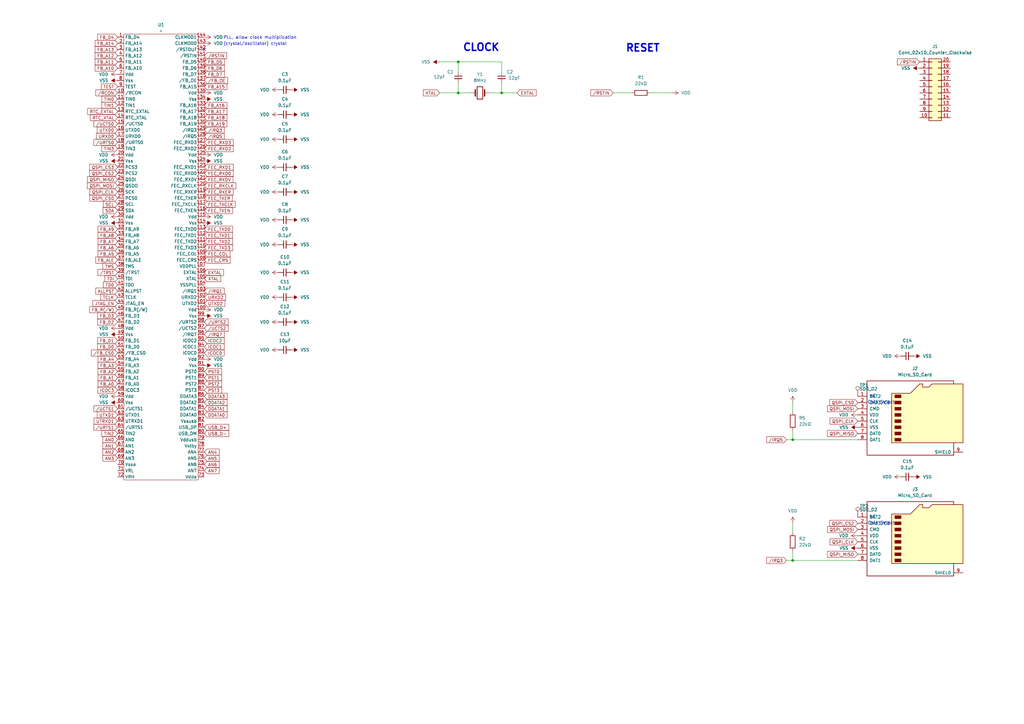
<source format=kicad_sch>
(kicad_sch (version 20250114) (generator "eeschema") (generator_version "9.0")
  (paper "A3")
  (lib_symbols
    (symbol "Connector:Micro_SD_Card" (pin_names (offset 1.016))
      (property "Reference" "J" (at -16.51 15.24 0))
      (property "Value" "Micro_SD_Card" (at 16.51 15.24 0))
      (symbol "Micro_SD_Card_1_1"
        (pin bidirectional line (at -22.86 7.62 0) (length 3.81) (name "DAT2") (number "1"))
        (pin bidirectional line (at -22.86 5.08 0) (length 3.81) (name "DAT3/CD") (number "2"))
        (pin input line (at -22.86 2.54 0) (length 3.81) (name "CMD") (number "3"))
        (pin power_in line (at -22.86 0 0) (length 3.81) (name "VDD") (number "4"))
        (pin input line (at -22.86 -2.54 0) (length 3.81) (name "CLK") (number "5"))
        (pin power_in line (at -22.86 -5.08 0) (length 3.81) (name "VSS") (number "6"))
        (pin bidirectional line (at -22.86 -7.62 0) (length 3.81) (name "DAT0") (number "7"))
        (pin bidirectional line (at -22.86 -10.16 0) (length 3.81) (name "DAT1") (number "8"))
        (pin passive line (at 20.32 -15.24 180) (length 3.81) (name "SHIELD") (number "9"))
      )
    )
    (symbol "Connector:TestPoint" (pin_numbers (hide yes)) (pin_names (offset 0.762) (hide yes))
      (property "Reference" "TP" (at 0 6.858 0))
      (property "Value" "TestPoint" (at 0 5.08 0))
      (symbol "TestPoint_1_1"
        (pin passive line (at 0 0 90) (length 2.54) (name "1") (number "1"))
      )
    )
    (symbol "Connector_Generic:Conn_02x10_Counter_Clockwise" (pin_names (offset 1.016) (hide yes))
      (property "Reference" "J" (at 1.27 12.7 0))
      (property "Value" "Conn_02x10_Counter_Clockwise" (at 1.27 -15.24 0))
      (symbol "Conn_02x10_Counter_Clockwise_1_1"
        (pin passive line (at -5.08 10.16 0) (length 3.81) (name "Pin_1") (number "1"))
        (pin passive line (at -5.08 7.62 0) (length 3.81) (name "Pin_2") (number "2"))
        (pin passive line (at -5.08 5.08 0) (length 3.81) (name "Pin_3") (number "3"))
        (pin passive line (at -5.08 2.54 0) (length 3.81) (name "Pin_4") (number "4"))
        (pin passive line (at -5.08 0 0) (length 3.81) (name "Pin_5") (number "5"))
        (pin passive line (at -5.08 -2.54 0) (length 3.81) (name "Pin_6") (number "6"))
        (pin passive line (at -5.08 -5.08 0) (length 3.81) (name "Pin_7") (number "7"))
        (pin passive line (at -5.08 -7.62 0) (length 3.81) (name "Pin_8") (number "8"))
        (pin passive line (at -5.08 -10.16 0) (length 3.81) (name "Pin_9") (number "9"))
        (pin passive line (at -5.08 -12.7 0) (length 3.81) (name "Pin_10") (number "10"))
        (pin passive line (at 7.62 10.16 180) (length 3.81) (name "Pin_20") (number "20"))
        (pin passive line (at 7.62 7.62 180) (length 3.81) (name "Pin_19") (number "19"))
        (pin passive line (at 7.62 5.08 180) (length 3.81) (name "Pin_18") (number "18"))
        (pin passive line (at 7.62 2.54 180) (length 3.81) (name "Pin_17") (number "17"))
        (pin passive line (at 7.62 0 180) (length 3.81) (name "Pin_16") (number "16"))
        (pin passive line (at 7.62 -2.54 180) (length 3.81) (name "Pin_15") (number "15"))
        (pin passive line (at 7.62 -5.08 180) (length 3.81) (name "Pin_14") (number "14"))
        (pin passive line (at 7.62 -7.62 180) (length 3.81) (name "Pin_13") (number "13"))
        (pin passive line (at 7.62 -10.16 180) (length 3.81) (name "Pin_12") (number "12"))
        (pin passive line (at 7.62 -12.7 180) (length 3.81) (name "Pin_11") (number "11"))
      )
    )
    (symbol "Device:C_Small" (pin_numbers (hide yes)) (pin_names (offset 0.254) (hide yes))
      (property "Reference" "C" (at 0.254 1.778 0))
      (property "Value" "C_Small" (at 0.254 -2.032 0))
      (symbol "C_Small_1_1"
        (pin passive line (at 0 2.54 270) (length 2.032) (name "~") (number "1"))
        (pin passive line (at 0 -2.54 90) (length 2.032) (name "~") (number "2"))
      )
    )
    (symbol "Device:Crystal" (pin_numbers (hide yes)) (pin_names (offset 1.016) (hide yes))
      (property "Reference" "Y" (at 0 3.81 0))
      (property "Value" "Crystal" (at 0 -3.81 0))
      (symbol "Crystal_1_1"
        (pin passive line (at -3.81 0 0) (length 1.27) (name "1") (number "1"))
        (pin passive line (at 3.81 0 180) (length 1.27) (name "2") (number "2"))
      )
    )
    (symbol "Device:R" (pin_numbers (hide yes)) (pin_names (offset 0))
      (property "Reference" "R" (at 2.032 0 90))
      (property "Value" "R" (at 0 0 90))
      (symbol "R_1_1"
        (pin passive line (at 0 3.81 270) (length 1.27) (name "~") (number "1"))
        (pin passive line (at 0 -3.81 90) (length 1.27) (name "~") (number "2"))
      )
    )
    (symbol "Microprocessors:MCF52259"
      (property "Reference" "U" (at 0 -1.27 0))
      (symbol "MCF52259_1_1"
        (pin bidirectional line (at -17.78 90.17 0) (length 2.54) (name "FB_D4") (number "1"))
        (pin output line (at -17.78 87.63 0) (length 2.54) (name "FB_A14") (number "2"))
        (pin output line (at -17.78 85.09 0) (length 2.54) (name "FB_A13") (number "3"))
        (pin output line (at -17.78 82.55 0) (length 2.54) (name "FB_A12") (number "4"))
        (pin output line (at -17.78 80.01 0) (length 2.54) (name "FB_A11") (number "5"))
        (pin output line (at -17.78 77.47 0) (length 2.54) (name "FB_A10") (number "6"))
        (pin power_in line (at -17.78 74.93 0) (length 2.54) (name "Vdd") (number "7"))
        (pin power_in line (at -17.78 72.39 0) (length 2.54) (name "Vss") (number "8"))
        (pin bidirectional line (at -17.78 69.85 0) (length 2.54) (name "TEST") (number "9"))
        (pin input line (at -17.78 67.31 0) (length 2.54) (name "/RCON") (number "10"))
        (pin input line (at -17.78 64.77 0) (length 2.54) (name "TIN0") (number "11"))
        (pin input line (at -17.78 62.23 0) (length 2.54) (name "TIN1") (number "12"))
        (pin input line (at -17.78 59.69 0) (length 2.54) (name "RTC_EXTAL") (number "13"))
        (pin input line (at -17.78 57.15 0) (length 2.54) (name "RTC_XTAL") (number "14"))
        (pin input line (at -17.78 54.61 0) (length 2.54) (name "/UCTS0") (number "15"))
        (pin output line (at -17.78 52.07 0) (length 2.54) (name "UTXD0") (number "16"))
        (pin input line (at -17.78 49.53 0) (length 2.54) (name "URXD0") (number "17"))
        (pin output line (at -17.78 46.99 0) (length 2.54) (name "/URTS0") (number "18"))
        (pin input line (at -17.78 44.45 0) (length 2.54) (name "TIN3") (number "19"))
        (pin power_in line (at -17.78 41.91 0) (length 2.54) (name "Vdd") (number "20"))
        (pin power_in line (at -17.78 39.37 0) (length 2.54) (name "Vss") (number "21"))
        (pin input line (at -17.78 36.83 0) (length 2.54) (name "PCS3") (number "22"))
        (pin input line (at -17.78 34.29 0) (length 2.54) (name "PCS2") (number "23"))
        (pin input line (at -17.78 31.75 0) (length 2.54) (name "QSDI") (number "24"))
        (pin output line (at -17.78 29.21 0) (length 2.54) (name "QSDO") (number "25"))
        (pin bidirectional line (at -17.78 26.67 0) (length 2.54) (name "SCK") (number "26"))
        (pin input line (at -17.78 24.13 0) (length 2.54) (name "PCS0") (number "27"))
        (pin bidirectional line (at -17.78 21.59 0) (length 2.54) (name "SCL") (number "28"))
        (pin bidirectional line (at -17.78 19.05 0) (length 2.54) (name "SDA") (number "29"))
        (pin power_in line (at -17.78 16.51 0) (length 2.54) (name "Vdd") (number "30"))
        (pin power_in line (at -17.78 13.97 0) (length 2.54) (name "Vss") (number "31"))
        (pin output line (at -17.78 11.43 0) (length 2.54) (name "FB_A9") (number "32"))
        (pin output line (at -17.78 8.89 0) (length 2.54) (name "FB_A8") (number "33"))
        (pin output line (at -17.78 6.35 0) (length 2.54) (name "FB_A7") (number "34"))
        (pin output line (at -17.78 3.81 0) (length 2.54) (name "FB_A6") (number "35"))
        (pin output line (at -17.78 1.27 0) (length 2.54) (name "FB_A5") (number "36"))
        (pin output line (at -17.78 -1.27 0) (length 2.54) (name "FB_ALE") (number "37"))
        (pin input line (at -17.78 -3.81 0) (length 2.54) (name "TMS") (number "38"))
        (pin input line (at -17.78 -6.35 0) (length 2.54) (name "/TRST") (number "39"))
        (pin input line (at -17.78 -8.89 0) (length 2.54) (name "TDI") (number "40"))
        (pin output line (at -17.78 -11.43 0) (length 2.54) (name "TDO") (number "41"))
        (pin output line (at -17.78 -13.97 0) (length 2.54) (name "ALLPST") (number "42"))
        (pin input line (at -17.78 -16.51 0) (length 2.54) (name "TCLK") (number "43"))
        (pin input line (at -17.78 -19.05 0) (length 2.54) (name "JTAG_EN") (number "44"))
        (pin output line (at -17.78 -21.59 0) (length 2.54) (name "FB_R(/W)") (number "45"))
        (pin bidirectional line (at -17.78 -24.13 0) (length 2.54) (name "FB_D3") (number "46"))
        (pin bidirectional line (at -17.78 -26.67 0) (length 2.54) (name "FB_D2") (number "47"))
        (pin power_in line (at -17.78 -29.21 0) (length 2.54) (name "Vdd") (number "48"))
        (pin power_in line (at -17.78 -31.75 0) (length 2.54) (name "Vss") (number "49"))
        (pin bidirectional line (at -17.78 -34.29 0) (length 2.54) (name "FB_D1") (number "50"))
        (pin bidirectional line (at -17.78 -36.83 0) (length 2.54) (name "FB_D0") (number "51"))
        (pin output line (at -17.78 -39.37 0) (length 2.54) (name "/FB_CS0") (number "52"))
        (pin output line (at -17.78 -41.91 0) (length 2.54) (name "FB_A4") (number "53"))
        (pin output line (at -17.78 -44.45 0) (length 2.54) (name "FB_A3") (number "54"))
        (pin output line (at -17.78 -46.99 0) (length 2.54) (name "FB_A2") (number "55"))
        (pin output line (at -17.78 -49.53 0) (length 2.54) (name "FB_A1") (number "56"))
        (pin output line (at -17.78 -52.07 0) (length 2.54) (name "FB_A0") (number "57"))
        (pin bidirectional line (at -17.78 -54.61 0) (length 2.54) (name "ICOC3") (number "58"))
        (pin power_in line (at -17.78 -57.15 0) (length 2.54) (name "Vdd") (number "59"))
        (pin power_in line (at -17.78 -59.69 0) (length 2.54) (name "Vss") (number "60"))
        (pin input line (at -17.78 -62.23 0) (length 2.54) (name "/UCTS1") (number "61"))
        (pin output line (at -17.78 -64.77 0) (length 2.54) (name "UTXD1") (number "62"))
        (pin input line (at -17.78 -67.31 0) (length 2.54) (name "UTRXD1") (number "63"))
        (pin output line (at -17.78 -69.85 0) (length 2.54) (name "/URTS1") (number "64"))
        (pin input line (at -17.78 -72.39 0) (length 2.54) (name "TIN2") (number "65"))
        (pin input line (at -17.78 -74.93 0) (length 2.54) (name "AN0") (number "66"))
        (pin input line (at -17.78 -77.47 0) (length 2.54) (name "AN1") (number "67"))
        (pin input line (at -17.78 -80.01 0) (length 2.54) (name "AN2") (number "68"))
        (pin input line (at -17.78 -82.55 0) (length 2.54) (name "AN3") (number "69"))
        (pin power_in line (at -17.78 -85.09 0) (length 2.54) (name "Vssa") (number "70"))
        (pin input line (at -17.78 -87.63 0) (length 2.54) (name "VRL") (number "71"))
        (pin input line (at -17.78 -90.17 0) (length 2.54) (name "VRH") (number "72"))
        (pin input line (at 17.78 90.17 180) (length 2.54) (name "CLKMOD1") (number "144"))
        (pin input line (at 17.78 87.63 180) (length 2.54) (name "CLKMOD0") (number "143"))
        (pin output line (at 17.78 85.09 180) (length 2.54) (name "/RSTOUT") (number "142"))
        (pin input line (at 17.78 82.55 180) (length 2.54) (name "/RSTIN") (number "141"))
        (pin bidirectional line (at 17.78 80.01 180) (length 2.54) (name "FB_D5") (number "140"))
        (pin bidirectional line (at 17.78 77.47 180) (length 2.54) (name "FB_D6") (number "139"))
        (pin bidirectional line (at 17.78 74.93 180) (length 2.54) (name "FB_D7") (number "138"))
        (pin output line (at 17.78 72.39 180) (length 2.54) (name "/FB_OE") (number "137"))
        (pin output line (at 17.78 69.85 180) (length 2.54) (name "FB_A15") (number "136"))
        (pin power_in line (at 17.78 67.31 180) (length 2.54) (name "Vdd") (number "135"))
        (pin power_in line (at 17.78 64.77 180) (length 2.54) (name "Vss") (number "134"))
        (pin output line (at 17.78 62.23 180) (length 2.54) (name "FB_A16") (number "133"))
        (pin output line (at 17.78 59.69 180) (length 2.54) (name "FB_A17") (number "132"))
        (pin output line (at 17.78 57.15 180) (length 2.54) (name "FB_A18") (number "131"))
        (pin output line (at 17.78 54.61 180) (length 2.54) (name "FB_A19") (number "130"))
        (pin input line (at 17.78 52.07 180) (length 2.54) (name "/IRQ3") (number "129"))
        (pin input line (at 17.78 49.53 180) (length 2.54) (name "/IRQ5") (number "128"))
        (pin input line (at 17.78 46.99 180) (length 2.54) (name "FEC_RXD3") (number "127"))
        (pin input line (at 17.78 44.45 180) (length 2.54) (name "FEC_RXD2") (number "126"))
        (pin power_in line (at 17.78 41.91 180) (length 2.54) (name "Vdd") (number "125"))
        (pin power_in line (at 17.78 39.37 180) (length 2.54) (name "Vss") (number "124"))
        (pin input line (at 17.78 36.83 180) (length 2.54) (name "FEC_RXD1") (number "123"))
        (pin input line (at 17.78 34.29 180) (length 2.54) (name "FEC_RXD0") (number "122"))
        (pin input line (at 17.78 31.75 180) (length 2.54) (name "FEC_RXDV") (number "121"))
        (pin input line (at 17.78 29.21 180) (length 2.54) (name "FEC_RXCLK") (number "120"))
        (pin input line (at 17.78 26.67 180) (length 2.54) (name "FEC_RXER") (number "119"))
        (pin output line (at 17.78 24.13 180) (length 2.54) (name "FEC_TXER") (number "118"))
        (pin output line (at 17.78 21.59 180) (length 2.54) (name "FEC_TXCLK") (number "117"))
        (pin output line (at 17.78 19.05 180) (length 2.54) (name "FEC_TXEN") (number "116"))
        (pin power_out line (at 17.78 16.51 180) (length 2.54) (name "Vdd") (number "115"))
        (pin power_in line (at 17.78 13.97 180) (length 2.54) (name "Vss") (number "114"))
        (pin output line (at 17.78 11.43 180) (length 2.54) (name "FEC_TXD0") (number "113"))
        (pin output line (at 17.78 8.89 180) (length 2.54) (name "FEC_TXD1") (number "112"))
        (pin output line (at 17.78 6.35 180) (length 2.54) (name "FEC_TXD2") (number "111"))
        (pin output line (at 17.78 3.81 180) (length 2.54) (name "FEC_TXD3") (number "110"))
        (pin input line (at 17.78 1.27 180) (length 2.54) (name "FEC_COL") (number "109"))
        (pin input line (at 17.78 -1.27 180) (length 2.54) (name "FEC_CRS") (number "108"))
        (pin power_in line (at 17.78 -3.81 180) (length 2.54) (name "VDDPLL") (number "107"))
        (pin input line (at 17.78 -6.35 180) (length 2.54) (name "EXTAL") (number "106"))
        (pin output line (at 17.78 -8.89 180) (length 2.54) (name "XTAL") (number "105"))
        (pin power_in line (at 17.78 -11.43 180) (length 2.54) (name "VSSPLL") (number "104"))
        (pin input line (at 17.78 -13.97 180) (length 2.54) (name "/IRQ1") (number "103"))
        (pin input line (at 17.78 -16.51 180) (length 2.54) (name "URXD2") (number "102"))
        (pin output line (at 17.78 -19.05 180) (length 2.54) (name "UTXD2") (number "101"))
        (pin power_in line (at 17.78 -21.59 180) (length 2.54) (name "Vdd") (number "100"))
        (pin power_in line (at 17.78 -24.13 180) (length 2.54) (name "Vss") (number "99"))
        (pin output line (at 17.78 -26.67 180) (length 2.54) (name "/URTS2") (number "98"))
        (pin input line (at 17.78 -29.21 180) (length 2.54) (name "/UCTS2") (number "97"))
        (pin input line (at 17.78 -31.75 180) (length 2.54) (name "/IRQ7") (number "96"))
        (pin bidirectional line (at 17.78 -34.29 180) (length 2.54) (name "ICOC2") (number "95"))
        (pin bidirectional line (at 17.78 -36.83 180) (length 2.54) (name "ICOC1") (number "94"))
        (pin bidirectional line (at 17.78 -39.37 180) (length 2.54) (name "ICOC0") (number "93"))
        (pin power_in line (at 17.78 -41.91 180) (length 2.54) (name "Vdd") (number "92"))
        (pin power_in line (at 17.78 -44.45 180) (length 2.54) (name "Vss") (number "91"))
        (pin output line (at 17.78 -46.99 180) (length 2.54) (name "PST0") (number "90"))
        (pin output line (at 17.78 -49.53 180) (length 2.54) (name "PST1") (number "89"))
        (pin output line (at 17.78 -52.07 180) (length 2.54) (name "PST2") (number "88"))
        (pin output line (at 17.78 -54.61 180) (length 2.54) (name "PST3") (number "87"))
        (pin output line (at 17.78 -57.15 180) (length 2.54) (name "DDATA3") (number "86"))
        (pin output line (at 17.78 -59.69 180) (length 2.54) (name "DDATA2") (number "85"))
        (pin output line (at 17.78 -62.23 180) (length 2.54) (name "DDATA1") (number "84"))
        (pin output line (at 17.78 -64.77 180) (length 2.54) (name "DDATA0") (number "83"))
        (pin power_in line (at 17.78 -67.31 180) (length 2.54) (name "Vssusb") (number "82"))
        (pin bidirectional line (at 17.78 -69.85 180) (length 2.54) (name "USB_DP") (number "81"))
        (pin bidirectional line (at 17.78 -72.39 180) (length 2.54) (name "USB_DM") (number "80"))
        (pin power_in line (at 17.78 -74.93 180) (length 2.54) (name "Vddusb") (number "79"))
        (pin power_in line (at 17.78 -77.47 180) (length 2.54) (name "Vstby") (number "78"))
        (pin input line (at 17.78 -80.01 180) (length 2.54) (name "AN4") (number "77"))
        (pin input line (at 17.78 -82.55 180) (length 2.54) (name "AN5") (number "76"))
        (pin input line (at 17.78 -85.09 180) (length 2.54) (name "AN6") (number "75"))
        (pin input line (at 17.78 -87.63 180) (length 2.54) (name "AN7") (number "74"))
        (pin power_in line (at 17.78 -90.17 180) (length 2.54) (name "Vdda") (number "73"))
      )
    )
    (symbol "power:VDD" (power) (pin_numbers (hide yes)) (pin_names (offset 0) (hide yes))
      (property "Value" "VDD" (at 0 3.556 0))
      (symbol "VDD_1_1"
        (pin power_in line (at 0 0 90) (length 0) (name "~") (number "1"))
      )
    )
    (symbol "power:VSS" (power) (pin_numbers (hide yes)) (pin_names (offset 0) (hide yes))
      (property "Value" "VSS" (at 0 3.556 0))
      (symbol "VSS_1_1"
        (pin power_in line (at 0 0 90) (length 0) (name "~") (number "1"))
      )
    )
  )
  (text "CLOCK" (at 197.358 19.558 0) (effects (font (size 3 3) (thickness 0.6) (bold yes))))
  (text "Chip Select" (at 361.442 214.63 0) (effects (font (size 1.27 1.27))))
  (text "NC" (at 357.886 212.09 0) (effects (font (size 1.27 1.27))))
  (text "(crystal/oscillator) crystal" (at 104.648 18.034 0) (effects (font (size 1.27 1.27))))
  (text "PLL, allow clock multiplication" (at 106.68 15.494 0) (effects (font (size 1.27 1.27))))
  (text "NC" (at 357.886 162.56 0) (effects (font (size 1.27 1.27))))
  (text "Chip Select" (at 361.442 165.1 0) (effects (font (size 1.27 1.27))))
  (text "RESET" (at 263.652 19.812 0) (effects (font (size 3 3) (thickness 0.6) (bold yes))))
  (junction (at 187.96 25.4))
  (junction (at 325.12 229.87))
  (junction (at 187.96 38.1))
  (junction (at 205.74 38.1))
  (junction (at 325.12 180.34))
  (no_connect (at 83.82 20.32))
  (wire (pts (xy 205.74 38.1) (xy 212.09 38.1)))
  (wire (pts (xy 205.74 25.4) (xy 205.74 29.21)))
  (wire (pts (xy 205.74 34.29) (xy 205.74 38.1)))
  (wire (pts (xy 187.96 34.29) (xy 187.96 38.1)))
  (wire (pts (xy 325.12 176.53) (xy 325.12 180.34)))
  (wire (pts (xy 200.66 38.1) (xy 205.74 38.1)))
  (wire (pts (xy 325.12 168.91) (xy 325.12 165.1)))
  (wire (pts (xy 322.58 229.87) (xy 325.12 229.87)))
  (wire (pts (xy 187.96 25.4) (xy 205.74 25.4)))
  (wire (pts (xy 180.34 38.1) (xy 187.96 38.1)))
  (wire (pts (xy 180.34 25.4) (xy 187.96 25.4)))
  (wire (pts (xy 325.12 218.44) (xy 325.12 214.63)))
  (wire (pts (xy 325.12 229.87) (xy 351.79 229.87)))
  (wire (pts (xy 325.12 180.34) (xy 351.79 180.34)))
  (wire (pts (xy 187.96 25.4) (xy 187.96 29.21)))
  (wire (pts (xy 325.12 226.06) (xy 325.12 229.87)))
  (wire (pts (xy 251.46 38.1) (xy 259.08 38.1)))
  (wire (pts (xy 266.7 38.1) (xy 275.59 38.1)))
  (wire (pts (xy 187.96 38.1) (xy 193.04 38.1)))
  (wire (pts (xy 322.58 180.34) (xy 325.12 180.34)))
  (global_label "QSPI_CS2" (shape input) (at 351.79 214.63 180) (property "Intersheetrefs" "${INTERSHEET_REFS}" (effects (hide yes))))
  (global_label "AN7" (shape input) (at 83.82 193.04 0) (property "Intersheetrefs" "${INTERSHEET_REFS}" (effects (hide yes))))
  (global_label "FB_A1" (shape input) (at 48.26 154.94 180) (property "Intersheetrefs" "${INTERSHEET_REFS}" (effects (hide yes))))
  (global_label "FB_A8" (shape input) (at 48.26 96.52 180) (property "Intersheetrefs" "${INTERSHEET_REFS}" (effects (hide yes))))
  (global_label "FEC_TXEN" (shape input) (at 83.82 86.36 0) (property "Intersheetrefs" "${INTERSHEET_REFS}" (effects (hide yes))))
  (global_label "QSPI_MOSI" (shape input) (at 351.79 217.17 180) (property "Intersheetrefs" "${INTERSHEET_REFS}" (effects (hide yes))))
  (global_label "FB_A13" (shape input) (at 48.26 20.32 180) (property "Intersheetrefs" "${INTERSHEET_REFS}" (effects (hide yes))))
  (global_label "FB_A18" (shape input) (at 83.82 48.26 0) (property "Intersheetrefs" "${INTERSHEET_REFS}" (effects (hide yes))))
  (global_label "TIN1" (shape input) (at 48.26 43.18 180) (property "Intersheetrefs" "${INTERSHEET_REFS}" (effects (hide yes))))
  (global_label "FB_A0" (shape input) (at 48.26 157.48 180) (property "Intersheetrefs" "${INTERSHEET_REFS}" (effects (hide yes))))
  (global_label "FEC_RXER" (shape input) (at 83.82 78.74 0) (property "Intersheetrefs" "${INTERSHEET_REFS}" (effects (hide yes))))
  (global_label "TIN0" (shape input) (at 48.26 40.64 180) (property "Intersheetrefs" "${INTERSHEET_REFS}" (effects (hide yes))))
  (global_label "TMS" (shape input) (at 48.26 109.22 180) (property "Intersheetrefs" "${INTERSHEET_REFS}" (effects (hide yes))))
  (global_label "EXTAL" (shape input) (at 83.82 111.76 0) (property "Intersheetrefs" "${INTERSHEET_REFS}" (effects (hide yes))))
  (global_label "FB_D4" (shape input) (at 48.26 15.24 180) (property "Intersheetrefs" "${INTERSHEET_REFS}" (effects (hide yes))))
  (global_label "{slash}RSTIN" (shape input) (at 83.82 22.86 0) (property "Intersheetrefs" "${INTERSHEET_REFS}" (effects (hide yes))))
  (global_label "FB_D1" (shape input) (at 48.26 139.7 180) (property "Intersheetrefs" "${INTERSHEET_REFS}" (effects (hide yes))))
  (global_label "DDATA2" (shape input) (at 83.82 165.1 0) (property "Intersheetrefs" "${INTERSHEET_REFS}" (effects (hide yes))))
  (global_label "FB_D7" (shape input) (at 83.82 30.48 0) (property "Intersheetrefs" "${INTERSHEET_REFS}" (effects (hide yes))))
  (global_label "RTC_EXTAL" (shape input) (at 48.26 45.72 180) (property "Intersheetrefs" "${INTERSHEET_REFS}" (effects (hide yes))))
  (global_label "FB_A19" (shape input) (at 83.82 50.8 0) (property "Intersheetrefs" "${INTERSHEET_REFS}" (effects (hide yes))))
  (global_label "AN3" (shape input) (at 48.26 187.96 180) (property "Intersheetrefs" "${INTERSHEET_REFS}" (effects (hide yes))))
  (global_label "AN1" (shape input) (at 48.26 182.88 180) (property "Intersheetrefs" "${INTERSHEET_REFS}" (effects (hide yes))))
  (global_label "ICOC3" (shape input) (at 48.26 160.02 180) (property "Intersheetrefs" "${INTERSHEET_REFS}" (effects (hide yes))))
  (global_label "RTC_XTAL" (shape input) (at 48.26 48.26 180) (property "Intersheetrefs" "${INTERSHEET_REFS}" (effects (hide yes))))
  (global_label "AN2" (shape input) (at 48.26 185.42 180) (property "Intersheetrefs" "${INTERSHEET_REFS}" (effects (hide yes))))
  (global_label "PST0" (shape input) (at 83.82 152.4 0) (property "Intersheetrefs" "${INTERSHEET_REFS}" (effects (hide yes))))
  (global_label "{slash}UCTS1" (shape input) (at 48.26 167.64 180) (property "Intersheetrefs" "${INTERSHEET_REFS}" (effects (hide yes))))
  (global_label "URXD2" (shape input) (at 83.82 121.92 0) (property "Intersheetrefs" "${INTERSHEET_REFS}" (effects (hide yes))))
  (global_label "FB_D5" (shape input) (at 83.82 25.4 0) (property "Intersheetrefs" "${INTERSHEET_REFS}" (effects (hide yes))))
  (global_label "SCL" (shape input) (at 48.26 83.82 180) (property "Intersheetrefs" "${INTERSHEET_REFS}" (effects (hide yes))))
  (global_label "AN4" (shape input) (at 83.82 185.42 0) (property "Intersheetrefs" "${INTERSHEET_REFS}" (effects (hide yes))))
  (global_label "FB_D2" (shape input) (at 48.26 132.08 180) (property "Intersheetrefs" "${INTERSHEET_REFS}" (effects (hide yes))))
  (global_label "FEC_TXD1" (shape input) (at 83.82 96.52 0) (property "Intersheetrefs" "${INTERSHEET_REFS}" (effects (hide yes))))
  (global_label "FB_A2" (shape input) (at 48.26 152.4 180) (property "Intersheetrefs" "${INTERSHEET_REFS}" (effects (hide yes))))
  (global_label "QSPI_CS0" (shape input) (at 351.79 165.1 180) (property "Intersheetrefs" "${INTERSHEET_REFS}" (effects (hide yes))))
  (global_label "FEC_RXD3" (shape input) (at 83.82 58.42 0) (property "Intersheetrefs" "${INTERSHEET_REFS}" (effects (hide yes))))
  (global_label "TIN2" (shape input) (at 48.26 177.8 180) (property "Intersheetrefs" "${INTERSHEET_REFS}" (effects (hide yes))))
  (global_label "FB_A15" (shape input) (at 83.82 35.56 0) (property "Intersheetrefs" "${INTERSHEET_REFS}" (effects (hide yes))))
  (global_label "QSPI_MISO" (shape input) (at 351.79 177.8 180) (property "Intersheetrefs" "${INTERSHEET_REFS}" (effects (hide yes))))
  (global_label "USB_D-" (shape input) (at 83.82 177.8 0) (property "Intersheetrefs" "${INTERSHEET_REFS}" (effects (hide yes))))
  (global_label "AN6" (shape input) (at 83.82 190.5 0) (property "Intersheetrefs" "${INTERSHEET_REFS}" (effects (hide yes))))
  (global_label "{slash}IRQ7" (shape input) (at 83.82 137.16 0) (property "Intersheetrefs" "${INTERSHEET_REFS}" (effects (hide yes))))
  (global_label "QSPI_CLK" (shape input) (at 351.79 172.72 180) (property "Intersheetrefs" "${INTERSHEET_REFS}" (effects (hide yes))))
  (global_label "{slash}UCTS2" (shape input) (at 83.82 134.62 0) (property "Intersheetrefs" "${INTERSHEET_REFS}" (effects (hide yes))))
  (global_label "{slash}URTS0" (shape input) (at 48.26 58.42 180) (property "Intersheetrefs" "${INTERSHEET_REFS}" (effects (hide yes))))
  (global_label "{slash}RSTIN" (shape input) (at 377.19 25.4 180) (property "Intersheetrefs" "${INTERSHEET_REFS}" (effects (hide yes))))
  (global_label "XTAL" (shape input) (at 83.82 114.3 0) (property "Intersheetrefs" "${INTERSHEET_REFS}" (effects (hide yes))))
  (global_label "DDATA0" (shape input) (at 83.82 170.18 0) (property "Intersheetrefs" "${INTERSHEET_REFS}" (effects (hide yes))))
  (global_label "{slash}FB_CS0" (shape input) (at 48.26 144.78 180) (property "Intersheetrefs" "${INTERSHEET_REFS}" (effects (hide yes))))
  (global_label "FB_D3" (shape input) (at 48.26 129.54 180) (property "Intersheetrefs" "${INTERSHEET_REFS}" (effects (hide yes))))
  (global_label "TEST" (shape input) (at 48.26 35.56 180) (property "Intersheetrefs" "${INTERSHEET_REFS}" (effects (hide yes))))
  (global_label "FEC_RXD2" (shape input) (at 83.82 60.96 0) (property "Intersheetrefs" "${INTERSHEET_REFS}" (effects (hide yes))))
  (global_label "FB_A4" (shape input) (at 48.26 147.32 180) (property "Intersheetrefs" "${INTERSHEET_REFS}" (effects (hide yes))))
  (global_label "DDATA1" (shape input) (at 83.82 167.64 0) (property "Intersheetrefs" "${INTERSHEET_REFS}" (effects (hide yes))))
  (global_label "TD0" (shape input) (at 48.26 116.84 180) (property "Intersheetrefs" "${INTERSHEET_REFS}" (effects (hide yes))))
  (global_label "QSPI_CS0" (shape input) (at 48.26 81.28 180) (property "Intersheetrefs" "${INTERSHEET_REFS}" (effects (hide yes))))
  (global_label "QSPI_MISO" (shape input) (at 351.79 227.33 180) (property "Intersheetrefs" "${INTERSHEET_REFS}" (effects (hide yes))))
  (global_label "FEC_TXD2" (shape input) (at 83.82 99.06 0) (property "Intersheetrefs" "${INTERSHEET_REFS}" (effects (hide yes))))
  (global_label "SDA" (shape input) (at 48.26 86.36 180) (property "Intersheetrefs" "${INTERSHEET_REFS}" (effects (hide yes))))
  (global_label "TDI" (shape input) (at 48.26 114.3 180) (property "Intersheetrefs" "${INTERSHEET_REFS}" (effects (hide yes))))
  (global_label "TCLK" (shape input) (at 48.26 121.92 180) (property "Intersheetrefs" "${INTERSHEET_REFS}" (effects (hide yes))))
  (global_label "{slash}UCTS0" (shape input) (at 48.26 50.8 180) (property "Intersheetrefs" "${INTERSHEET_REFS}" (effects (hide yes))))
  (global_label "{slash}URTS1" (shape input) (at 48.26 175.26 180) (property "Intersheetrefs" "${INTERSHEET_REFS}" (effects (hide yes))))
  (global_label "ALLPST" (shape input) (at 48.26 119.38 180) (property "Intersheetrefs" "${INTERSHEET_REFS}" (effects (hide yes))))
  (global_label "QSPI_MISO" (shape input) (at 48.26 73.66 180) (property "Intersheetrefs" "${INTERSHEET_REFS}" (effects (hide yes))))
  (global_label "ICOC2" (shape input) (at 83.82 139.7 0) (property "Intersheetrefs" "${INTERSHEET_REFS}" (effects (hide yes))))
  (global_label "UTXD2" (shape input) (at 83.82 124.46 0) (property "Intersheetrefs" "${INTERSHEET_REFS}" (effects (hide yes))))
  (global_label "UTXD1" (shape input) (at 48.26 170.18 180) (property "Intersheetrefs" "${INTERSHEET_REFS}" (effects (hide yes))))
  (global_label "FB_A6" (shape input) (at 48.26 101.6 180) (property "Intersheetrefs" "${INTERSHEET_REFS}" (effects (hide yes))))
  (global_label "QSPI_CS3" (shape input) (at 48.26 68.58 180) (property "Intersheetrefs" "${INTERSHEET_REFS}" (effects (hide yes))))
  (global_label "XTAL" (shape input) (at 180.34 38.1 180) (property "Intersheetrefs" "${INTERSHEET_REFS}" (effects (hide yes))))
  (global_label "FB_A14" (shape input) (at 48.26 17.78 180) (property "Intersheetrefs" "${INTERSHEET_REFS}" (effects (hide yes))))
  (global_label "FB_A5" (shape input) (at 48.26 104.14 180) (property "Intersheetrefs" "${INTERSHEET_REFS}" (effects (hide yes))))
  (global_label "FB_A12" (shape input) (at 48.26 22.86 180) (property "Intersheetrefs" "${INTERSHEET_REFS}" (effects (hide yes))))
  (global_label "FEC_CRS" (shape input) (at 83.82 106.68 0) (property "Intersheetrefs" "${INTERSHEET_REFS}" (effects (hide yes))))
  (global_label "FB_A17" (shape input) (at 83.82 45.72 0) (property "Intersheetrefs" "${INTERSHEET_REFS}" (effects (hide yes))))
  (global_label "PST3" (shape input) (at 83.82 160.02 0) (property "Intersheetrefs" "${INTERSHEET_REFS}" (effects (hide yes))))
  (global_label "FB_A9" (shape input) (at 48.26 93.98 180) (property "Intersheetrefs" "${INTERSHEET_REFS}" (effects (hide yes))))
  (global_label "QSPI_MOSI" (shape input) (at 48.26 76.2 180) (property "Intersheetrefs" "${INTERSHEET_REFS}" (effects (hide yes))))
  (global_label "FB_D6" (shape input) (at 83.82 27.94 0) (property "Intersheetrefs" "${INTERSHEET_REFS}" (effects (hide yes))))
  (global_label "{slash}FB_OE" (shape input) (at 83.82 33.02 0) (property "Intersheetrefs" "${INTERSHEET_REFS}" (effects (hide yes))))
  (global_label "{slash}IRQ5" (shape input) (at 83.82 55.88 0) (property "Intersheetrefs" "${INTERSHEET_REFS}" (effects (hide yes))))
  (global_label "FEC_TXD3" (shape input) (at 83.82 101.6 0) (property "Intersheetrefs" "${INTERSHEET_REFS}" (effects (hide yes))))
  (global_label "UTXD0" (shape input) (at 48.26 53.34 180) (property "Intersheetrefs" "${INTERSHEET_REFS}" (effects (hide yes))))
  (global_label "PST2" (shape input) (at 83.82 157.48 0) (property "Intersheetrefs" "${INTERSHEET_REFS}" (effects (hide yes))))
  (global_label "EXTAL" (shape input) (at 212.09 38.1 0) (property "Intersheetrefs" "${INTERSHEET_REFS}" (effects (hide yes))))
  (global_label "FB_ALE" (shape input) (at 48.26 106.68 180) (property "Intersheetrefs" "${INTERSHEET_REFS}" (effects (hide yes))))
  (global_label "PST1" (shape input) (at 83.82 154.94 0) (property "Intersheetrefs" "${INTERSHEET_REFS}" (effects (hide yes))))
  (global_label "FB_A3" (shape input) (at 48.26 149.86 180) (property "Intersheetrefs" "${INTERSHEET_REFS}" (effects (hide yes))))
  (global_label "FEC_RXD0" (shape input) (at 83.82 71.12 0) (property "Intersheetrefs" "${INTERSHEET_REFS}" (effects (hide yes))))
  (global_label "FEC_TXER" (shape input) (at 83.82 81.28 0) (property "Intersheetrefs" "${INTERSHEET_REFS}" (effects (hide yes))))
  (global_label "FEC_COL" (shape input) (at 83.82 104.14 0) (property "Intersheetrefs" "${INTERSHEET_REFS}" (effects (hide yes))))
  (global_label "FB_A16" (shape input) (at 83.82 43.18 0) (property "Intersheetrefs" "${INTERSHEET_REFS}" (effects (hide yes))))
  (global_label "{slash}RCON" (shape input) (at 48.26 38.1 180) (property "Intersheetrefs" "${INTERSHEET_REFS}" (effects (hide yes))))
  (global_label "QSPI_MOSI" (shape input) (at 351.79 167.64 180) (property "Intersheetrefs" "${INTERSHEET_REFS}" (effects (hide yes))))
  (global_label "ICOC1" (shape input) (at 83.82 142.24 0) (property "Intersheetrefs" "${INTERSHEET_REFS}" (effects (hide yes))))
  (global_label "{slash}RSTIN" (shape input) (at 251.46 38.1 180) (property "Intersheetrefs" "${INTERSHEET_REFS}" (effects (hide yes))))
  (global_label "FB_A10" (shape input) (at 48.26 27.94 180) (property "Intersheetrefs" "${INTERSHEET_REFS}" (effects (hide yes))))
  (global_label "FEC_TXCLK" (shape input) (at 83.82 83.82 0) (property "Intersheetrefs" "${INTERSHEET_REFS}" (effects (hide yes))))
  (global_label "USB_D+" (shape input) (at 83.82 175.26 0) (property "Intersheetrefs" "${INTERSHEET_REFS}" (effects (hide yes))))
  (global_label "AN5" (shape input) (at 83.82 187.96 0) (property "Intersheetrefs" "${INTERSHEET_REFS}" (effects (hide yes))))
  (global_label "{slash}IRQ5" (shape input) (at 322.58 180.34 180) (property "Intersheetrefs" "${INTERSHEET_REFS}" (effects (hide yes))))
  (global_label "FB_A7" (shape input) (at 48.26 99.06 180) (property "Intersheetrefs" "${INTERSHEET_REFS}" (effects (hide yes))))
  (global_label "ICOC0" (shape input) (at 83.82 144.78 0) (property "Intersheetrefs" "${INTERSHEET_REFS}" (effects (hide yes))))
  (global_label "QSPI_CLK" (shape input) (at 351.79 222.25 180) (property "Intersheetrefs" "${INTERSHEET_REFS}" (effects (hide yes))))
  (global_label "FEC_TXD0" (shape input) (at 83.82 93.98 0) (property "Intersheetrefs" "${INTERSHEET_REFS}" (effects (hide yes))))
  (global_label "{slash}IRQ3" (shape input) (at 322.58 229.87 180) (property "Intersheetrefs" "${INTERSHEET_REFS}" (effects (hide yes))))
  (global_label "UTRXD1" (shape input) (at 48.26 172.72 180) (property "Intersheetrefs" "${INTERSHEET_REFS}" (effects (hide yes))))
  (global_label "{slash}IRQ3" (shape input) (at 83.82 53.34 0) (property "Intersheetrefs" "${INTERSHEET_REFS}" (effects (hide yes))))
  (global_label "TIN3" (shape input) (at 48.26 60.96 180) (property "Intersheetrefs" "${INTERSHEET_REFS}" (effects (hide yes))))
  (global_label "QSPI_CLK" (shape input) (at 48.26 78.74 180) (property "Intersheetrefs" "${INTERSHEET_REFS}" (effects (hide yes))))
  (global_label "JTAG_EN" (shape input) (at 48.26 124.46 180) (property "Intersheetrefs" "${INTERSHEET_REFS}" (effects (hide yes))))
  (global_label "FB_A11" (shape input) (at 48.26 25.4 180) (property "Intersheetrefs" "${INTERSHEET_REFS}" (effects (hide yes))))
  (global_label "{slash}IRQ1" (shape input) (at 83.82 119.38 0) (property "Intersheetrefs" "${INTERSHEET_REFS}" (effects (hide yes))))
  (global_label "FB_R({slash}W)" (shape input) (at 48.26 127 180) (property "Intersheetrefs" "${INTERSHEET_REFS}" (effects (hide yes))))
  (global_label "{slash}URTS2" (shape input) (at 83.82 132.08 0) (property "Intersheetrefs" "${INTERSHEET_REFS}" (effects (hide yes))))
  (global_label "URXD0" (shape input) (at 48.26 55.88 180) (property "Intersheetrefs" "${INTERSHEET_REFS}" (effects (hide yes))))
  (global_label "{slash}TRST" (shape input) (at 48.26 111.76 180) (property "Intersheetrefs" "${INTERSHEET_REFS}" (effects (hide yes))))
  (global_label "FEC_RXCLK" (shape input) (at 83.82 76.2 0) (property "Intersheetrefs" "${INTERSHEET_REFS}" (effects (hide yes))))
  (global_label "FB_D0" (shape input) (at 48.26 142.24 180) (property "Intersheetrefs" "${INTERSHEET_REFS}" (effects (hide yes))))
  (global_label "FEC_RXD1" (shape input) (at 83.82 68.58 0) (property "Intersheetrefs" "${INTERSHEET_REFS}" (effects (hide yes))))
  (global_label "FEC_RXDV" (shape input) (at 83.82 73.66 0) (property "Intersheetrefs" "${INTERSHEET_REFS}" (effects (hide yes))))
  (global_label "AN0" (shape input) (at 48.26 180.34 180) (property "Intersheetrefs" "${INTERSHEET_REFS}" (effects (hide yes))))
  (global_label "QSPI_CS2" (shape input) (at 48.26 71.12 180) (property "Intersheetrefs" "${INTERSHEET_REFS}" (effects (hide yes))))
  (global_label "DDATA3" (shape input) (at 83.82 162.56 0) (property "Intersheetrefs" "${INTERSHEET_REFS}" (effects (hide yes))))
  (symbol (lib_id "power:VSS") (at 83.82 91.44 270) (unit 1)
    (property "Reference" "#PWR017" (effects (hide yes)))
    (property "Value" "VSS" (at 87.63 91.4399 90) (effects (justify left)))
    (property "Description" "Power symbol creates a global label with name \"VSS\"" (effects (hide yes)))
  )
  (symbol (lib_id "power:VDD") (at 83.82 38.1 270) (unit 1)
    (property "Reference" "#PWR09" (effects (hide yes)))
    (property "Value" "VDD" (at 87.63 38.0999 90) (effects (justify left)))
    (property "Description" "Power symbol creates a global label with name \"VDD\"" (effects (hide yes)))
  )
  (symbol (lib_id "power:VDD") (at 275.59 38.1 270) (unit 1)
    (property "Reference" "#PWR024" (effects (hide yes)))
    (property "Value" "VDD" (at 279.4 38.0999 90) (effects (justify left)))
    (property "Description" "Power symbol creates a global label with name \"VDD\"" (effects (hide yes)))
  )
  (symbol (lib_id "power:VDD") (at 48.26 134.62 90) (unit 1)
    (property "Reference" "#PWR03" (effects (hide yes)))
    (property "Value" "VDD" (at 44.45 134.6199 90) (effects (justify left)))
    (property "Description" "Power symbol creates a global label with name \"VDD\"" (effects (hide yes)))
  )
  (symbol (lib_id "power:VDD") (at 351.79 170.18 90) (unit 1)
    (property "Reference" "#PWR046" (effects (hide yes)))
    (property "Value" "VDD" (at 347.98 170.1799 90) (effects (justify left)))
    (property "Description" "Power symbol creates a global label with name \"VDD\"" (effects (hide yes)))
  )
  (symbol (lib_id "power:VDD") (at 83.82 147.32 270) (unit 1)
    (property "Reference" "#PWR05" (effects (hide yes)))
    (property "Value" "VDD" (at 87.63 147.3199 90) (effects (justify left)))
    (property "Description" "Power symbol creates a global label with name \"VDD\"" (effects (hide yes)))
  )
  (symbol (lib_id "power:VDD") (at 114.3 68.58 90) (unit 1)
    (property "Reference" "#PWR032" (effects (hide yes)))
    (property "Value" "VDD" (at 110.49 68.5799 90) (effects (justify left)))
    (property "Description" "Power symbol creates a global label with name \"VDD\"" (effects (hide yes)))
  )
  (symbol (lib_id "power:VSS") (at 48.26 165.1 90) (unit 1)
    (property "Reference" "#PWR014" (effects (hide yes)))
    (property "Value" "VSS" (at 44.45 165.0999 90) (effects (justify left)))
    (property "Description" "Power symbol creates a global label with name \"VSS\"" (effects (hide yes)))
  )
  (symbol (lib_id "Device:C_Small") (at 116.84 143.51 90) (unit 1)
    (property "Reference" "C13" (at 116.8463 137.16 90))
    (property "Value" "10µF" (at 116.8463 139.7 90))
    (property "Footprint" "Capacitor_SMD:C_0603_1608Metric_Pad1.08x0.95mm_HandSolder" (effects (hide yes)))
    (property "Description" "Unpolarized capacitor, small symbol" (effects (hide yes)))
  )
  (symbol (lib_id "Device:R") (at 262.89 38.1 90) (unit 1)
    (property "Reference" "R1" (at 262.89 31.75 90))
    (property "Value" "22kΩ" (at 262.89 34.29 90))
    (property "Footprint" "Resistor_SMD:R_0805_2012Metric_Pad1.20x1.40mm_HandSolder" (effects (hide yes)))
    (property "Description" "Resistor" (effects (hide yes)))
  )
  (symbol (lib_id "power:VSS") (at 119.38 46.99 270) (unit 1)
    (property "Reference" "#PWR029" (effects (hide yes)))
    (property "Value" "VSS" (at 123.19 46.9899 90) (effects (justify left)))
    (property "Description" "Power symbol creates a global label with name \"VSS\"" (effects (hide yes)))
  )
  (symbol (lib_id "power:VDD") (at 83.82 15.24 270) (unit 1)
    (property "Reference" "#PWR022" (effects (hide yes)))
    (property "Value" "VDD" (at 87.63 15.2399 90) (effects (justify left)))
    (property "Description" "Power symbol creates a global label with name \"VDD\"" (effects (hide yes)))
  )
  (symbol (lib_id "power:VDD") (at 114.3 78.74 90) (unit 1)
    (property "Reference" "#PWR034" (effects (hide yes)))
    (property "Value" "VDD" (at 110.49 78.7399 90) (effects (justify left)))
    (property "Description" "Power symbol creates a global label with name \"VDD\"" (effects (hide yes)))
  )
  (symbol (lib_id "Device:C_Small") (at 116.84 100.33 90) (unit 1)
    (property "Reference" "C9" (at 116.8463 93.98 90))
    (property "Value" "0.1µF" (at 116.8463 96.52 90))
    (property "Footprint" "Capacitor_SMD:C_0805_2012Metric_Pad1.18x1.45mm_HandSolder" (effects (hide yes)))
    (property "Description" "Unpolarized capacitor, small symbol" (effects (hide yes)))
  )
  (symbol (lib_id "Device:C_Small") (at 372.11 195.58 90) (unit 1)
    (property "Reference" "C15" (at 372.1163 189.23 90))
    (property "Value" "0.1µF" (at 372.1163 191.77 90))
    (property "Footprint" "Capacitor_SMD:C_0805_2012Metric_Pad1.18x1.45mm_HandSolder" (effects (hide yes)))
    (property "Description" "Unpolarized capacitor, small symbol" (effects (hide yes)))
  )
  (symbol (lib_id "power:VSS") (at 351.79 224.79 90) (unit 1)
    (property "Reference" "#PWR055" (effects (hide yes)))
    (property "Value" "VSS" (at 347.98 224.7899 90) (effects (justify left)))
    (property "Description" "Power symbol creates a global label with name \"VSS\"" (effects (hide yes)))
  )
  (symbol (lib_id "power:VDD") (at 48.26 30.48 90) (unit 1)
    (property "Reference" "#PWR01" (effects (hide yes)))
    (property "Value" "VDD" (at 44.45 30.4799 90) (effects (justify left)))
    (property "Description" "Power symbol creates a global label with name \"VDD\"" (effects (hide yes)))
  )
  (symbol (lib_id "Microprocessors:MCF52259") (at 66.04 105.41 0) (unit 1)
    (property "Reference" "U1" (at 66.04 10.16 0))
    (property "Value" "~" (at 66.04 12.7 0))
    (property "Footprint" "Package_QFP:LQFP-144_20x20mm_P0.5mm" (effects (hide yes)))
    (property "Datasheet" "https://www.nxp.com/docs/en/data-sheet/MCF52259.pdf" (effects (hide yes)))
    (property "Description" "Microprocessor/Microcontroller 80MHz" (effects (hide yes)))
  )
  (symbol (lib_id "power:VDD") (at 114.3 46.99 90) (unit 1)
    (property "Reference" "#PWR028" (effects (hide yes)))
    (property "Value" "VDD" (at 110.49 46.9899 90) (effects (justify left)))
    (property "Description" "Power symbol creates a global label with name \"VDD\"" (effects (hide yes)))
  )
  (symbol (lib_id "Device:C_Small") (at 116.84 90.17 90) (unit 1)
    (property "Reference" "C8" (at 116.8463 83.82 90))
    (property "Value" "0.1µF" (at 116.8463 86.36 90))
    (property "Footprint" "Capacitor_SMD:C_0805_2012Metric_Pad1.18x1.45mm_HandSolder" (effects (hide yes)))
    (property "Description" "Unpolarized capacitor, small symbol" (effects (hide yes)))
  )
  (symbol (lib_id "power:VDD") (at 114.3 57.15 90) (unit 1)
    (property "Reference" "#PWR030" (effects (hide yes)))
    (property "Value" "VDD" (at 110.49 57.1499 90) (effects (justify left)))
    (property "Description" "Power symbol creates a global label with name \"VDD\"" (effects (hide yes)))
  )
  (symbol (lib_id "Device:C_Small") (at 116.84 121.92 90) (unit 1)
    (property "Reference" "C11" (at 116.8463 115.57 90))
    (property "Value" "0.1µF" (at 116.8463 118.11 90))
    (property "Footprint" "Capacitor_SMD:C_0805_2012Metric_Pad1.18x1.45mm_HandSolder" (effects (hide yes)))
    (property "Description" "Unpolarized capacitor, small symbol" (effects (hide yes)))
  )
  (symbol (lib_id "power:VSS") (at 48.26 66.04 90) (unit 1)
    (property "Reference" "#PWR020" (effects (hide yes)))
    (property "Value" "VSS" (at 44.45 66.0399 90) (effects (justify left)))
    (property "Description" "Power symbol creates a global label with name \"VSS\"" (effects (hide yes)))
  )
  (symbol (lib_id "power:VSS") (at 351.79 175.26 90) (unit 1)
    (property "Reference" "#PWR051" (effects (hide yes)))
    (property "Value" "VSS" (at 347.98 175.2599 90) (effects (justify left)))
    (property "Description" "Power symbol creates a global label with name \"VSS\"" (effects (hide yes)))
  )
  (symbol (lib_id "power:VSS") (at 83.82 129.54 270) (unit 1)
    (property "Reference" "#PWR016" (effects (hide yes)))
    (property "Value" "VSS" (at 87.63 129.5399 90) (effects (justify left)))
    (property "Description" "Power symbol creates a global label with name \"VSS\"" (effects (hide yes)))
  )
  (symbol (lib_id "power:VDD") (at 114.3 121.92 90) (unit 1)
    (property "Reference" "#PWR041" (effects (hide yes)))
    (property "Value" "VDD" (at 110.49 121.9199 90) (effects (justify left)))
    (property "Description" "Power symbol creates a global label with name \"VDD\"" (effects (hide yes)))
  )
  (symbol (lib_id "power:VSS") (at 119.38 36.83 270) (unit 1)
    (property "Reference" "#PWR027" (effects (hide yes)))
    (property "Value" "VSS" (at 123.19 36.8299 90) (effects (justify left)))
    (property "Description" "Power symbol creates a global label with name \"VSS\"" (effects (hide yes)))
  )
  (symbol (lib_id "power:VDD") (at 48.26 63.5 90) (unit 1)
    (property "Reference" "#PWR02" (effects (hide yes)))
    (property "Value" "VDD" (at 44.45 63.4999 90) (effects (justify left)))
    (property "Description" "Power symbol creates a global label with name \"VDD\"" (effects (hide yes)))
  )
  (symbol (lib_id "Connector:Micro_SD_Card") (at 374.65 219.71 0) (unit 1)
    (property "Reference" "J3" (at 375.285 200.66 0))
    (property "Value" "Micro_SD_Card" (at 375.285 203.2 0))
    (property "Footprint" "Connector_Card:microSD_HC_Wuerth_693072010801" (effects (hide yes)))
    (property "Datasheet" "https://www.we-online.com/components/products/datasheet/693072010801.pdf" (effects (hide yes)))
    (property "Description" "Micro SD Card Socket" (effects (hide yes)))
  )
  (symbol (lib_id "power:VSS") (at 119.38 78.74 270) (unit 1)
    (property "Reference" "#PWR035" (effects (hide yes)))
    (property "Value" "VSS" (at 123.19 78.7399 90) (effects (justify left)))
    (property "Description" "Power symbol creates a global label with name \"VSS\"" (effects (hide yes)))
  )
  (symbol (lib_id "Device:C_Small") (at 116.84 46.99 90) (unit 1)
    (property "Reference" "C4" (at 116.8463 40.64 90))
    (property "Value" "0.1µF" (at 116.8463 43.18 90))
    (property "Footprint" "Capacitor_SMD:C_0805_2012Metric_Pad1.18x1.45mm_HandSolder" (effects (hide yes)))
    (property "Description" "Unpolarized capacitor, small symbol" (effects (hide yes)))
  )
  (symbol (lib_id "Device:C_Small") (at 116.84 78.74 90) (unit 1)
    (property "Reference" "C7" (at 116.8463 72.39 90))
    (property "Value" "0.1µF" (at 116.8463 74.93 90))
    (property "Footprint" "Capacitor_SMD:C_0805_2012Metric_Pad1.18x1.45mm_HandSolder" (effects (hide yes)))
    (property "Description" "Unpolarized capacitor, small symbol" (effects (hide yes)))
  )
  (symbol (lib_id "power:VSS") (at 83.82 40.64 270) (unit 1)
    (property "Reference" "#PWR019" (effects (hide yes)))
    (property "Value" "VSS" (at 87.63 40.6399 90) (effects (justify left)))
    (property "Description" "Power symbol creates a global label with name \"VSS\"" (effects (hide yes)))
  )
  (symbol (lib_id "power:VSS") (at 374.65 146.05 270) (unit 1)
    (property "Reference" "#PWR045" (effects (hide yes)))
    (property "Value" "VSS" (at 378.46 146.0499 90) (effects (justify left)))
    (property "Description" "Power symbol creates a global label with name \"VSS\"" (effects (hide yes)))
  )
  (symbol (lib_id "power:VDD") (at 369.57 195.58 90) (unit 1)
    (property "Reference" "#PWR056" (effects (hide yes)))
    (property "Value" "VDD" (at 365.76 195.5799 90) (effects (justify left)))
    (property "Description" "Power symbol creates a global label with name \"VDD\"" (effects (hide yes)))
  )
  (symbol (lib_id "power:VSS") (at 119.38 100.33 270) (unit 1)
    (property "Reference" "#PWR039" (effects (hide yes)))
    (property "Value" "VSS" (at 123.19 100.3299 90) (effects (justify left)))
    (property "Description" "Power symbol creates a global label with name \"VSS\"" (effects (hide yes)))
  )
  (symbol (lib_id "power:VDD") (at 114.3 111.76 90) (unit 1)
    (property "Reference" "#PWR040" (effects (hide yes)))
    (property "Value" "VDD" (at 110.49 111.7599 90) (effects (justify left)))
    (property "Description" "Power symbol creates a global label with name \"VDD\"" (effects (hide yes)))
  )
  (symbol (lib_id "power:VSS") (at 119.38 57.15 270) (unit 1)
    (property "Reference" "#PWR031" (effects (hide yes)))
    (property "Value" "VSS" (at 123.19 57.1499 90) (effects (justify left)))
    (property "Description" "Power symbol creates a global label with name \"VSS\"" (effects (hide yes)))
  )
  (symbol (lib_id "Connector:TestPoint") (at 351.79 162.56 0) (unit 1)
    (property "Reference" "TP1" (at 352.552 157.988 0) (effects (justify left)))
    (property "Value" "SD0_D2" (at 352.552 159.512 0) (effects (justify left)))
    (property "Footprint" "TestPoint:TestPoint_Pad_D1.0mm" (effects (hide yes)))
    (property "Description" "test point" (effects (hide yes)))
  )
  (symbol (lib_id "power:VSS") (at 48.26 137.16 90) (unit 1)
    (property "Reference" "#PWR013" (effects (hide yes)))
    (property "Value" "VSS" (at 44.45 137.1599 90) (effects (justify left)))
    (property "Description" "Power symbol creates a global label with name \"VSS\"" (effects (hide yes)))
  )
  (symbol (lib_id "power:VDD") (at 369.57 146.05 90) (unit 1)
    (property "Reference" "#PWR044" (effects (hide yes)))
    (property "Value" "VDD" (at 365.76 146.0499 90) (effects (justify left)))
    (property "Description" "Power symbol creates a global label with name \"VDD\"" (effects (hide yes)))
  )
  (symbol (lib_id "power:VDD") (at 83.82 63.5 270) (unit 1)
    (property "Reference" "#PWR08" (effects (hide yes)))
    (property "Value" "VDD" (at 87.63 63.4999 90) (effects (justify left)))
    (property "Description" "Power symbol creates a global label with name \"VDD\"" (effects (hide yes)))
  )
  (symbol (lib_id "power:VSS") (at 48.26 33.02 90) (unit 1)
    (property "Reference" "#PWR010" (effects (hide yes)))
    (property "Value" "VSS" (at 44.45 33.0199 90) (effects (justify left)))
    (property "Description" "Power symbol creates a global label with name \"VSS\"" (effects (hide yes)))
  )
  (symbol (lib_id "power:VSS") (at 180.34 25.4 90) (unit 1)
    (property "Reference" "#PWR021" (effects (hide yes)))
    (property "Value" "VSS" (at 176.53 25.3999 90) (effects (justify left)))
    (property "Description" "Power symbol creates a global label with name \"VSS\"" (effects (hide yes)))
  )
  (symbol (lib_id "power:VSS") (at 119.38 68.58 270) (unit 1)
    (property "Reference" "#PWR033" (effects (hide yes)))
    (property "Value" "VSS" (at 123.19 68.5799 90) (effects (justify left)))
    (property "Description" "Power symbol creates a global label with name \"VSS\"" (effects (hide yes)))
  )
  (symbol (lib_id "power:VDD") (at 48.26 162.56 90) (unit 1)
    (property "Reference" "#PWR04" (effects (hide yes)))
    (property "Value" "VDD" (at 44.45 162.5599 90) (effects (justify left)))
    (property "Description" "Power symbol creates a global label with name \"VDD\"" (effects (hide yes)))
  )
  (symbol (lib_id "power:VSS") (at 48.26 91.44 90) (unit 1)
    (property "Reference" "#PWR011" (effects (hide yes)))
    (property "Value" "VSS" (at 44.45 91.4399 90) (effects (justify left)))
    (property "Description" "Power symbol creates a global label with name \"VSS\"" (effects (hide yes)))
  )
  (symbol (lib_id "power:VDD") (at 325.12 165.1 0) (unit 1)
    (property "Reference" "#PWR052" (effects (hide yes)))
    (property "Value" "VDD" (at 325.12 160.02 0))
    (property "Description" "Power symbol creates a global label with name \"VDD\"" (effects (hide yes)))
  )
  (symbol (lib_id "power:VSS") (at 377.19 27.94 90) (unit 1)
    (property "Reference" "#PWR025" (effects (hide yes)))
    (property "Value" "VSS" (at 373.38 27.9399 90) (effects (justify left)))
    (property "Description" "Power symbol creates a global label with name \"VSS\"" (effects (hide yes)))
  )
  (symbol (lib_id "Device:C_Small") (at 205.74 31.75 0) (unit 1)
    (property "Reference" "C2" (at 207.772 29.464 0) (effects (justify left)))
    (property "Value" "12pF" (at 208.534 32.004 0) (effects (justify left)))
    (property "Footprint" "Capacitor_SMD:C_0603_1608Metric_Pad1.08x0.95mm_HandSolder" (effects (hide yes)))
    (property "Description" "Unpolarized capacitor, small symbol" (effects (hide yes)))
  )
  (symbol (lib_id "Connector:Micro_SD_Card") (at 374.65 170.18 0) (unit 1)
    (property "Reference" "J2" (at 375.285 151.13 0))
    (property "Value" "Micro_SD_Card" (at 375.285 153.67 0))
    (property "Footprint" "Connector_Card:microSD_HC_Wuerth_693072010801" (effects (hide yes)))
    (property "Datasheet" "https://www.we-online.com/components/products/datasheet/693072010801.pdf" (effects (hide yes)))
    (property "Description" "Micro SD Card Socket" (effects (hide yes)))
  )
  (symbol (lib_id "power:VSS") (at 119.38 143.51 270) (unit 1)
    (property "Reference" "#PWR050" (effects (hide yes)))
    (property "Value" "VSS" (at 123.19 143.5099 90) (effects (justify left)))
    (property "Description" "Power symbol creates a global label with name \"VSS\"" (effects (hide yes)))
  )
  (symbol (lib_id "Connector_Generic:Conn_02x10_Counter_Clockwise") (at 382.27 35.56 0) (unit 1)
    (property "Reference" "J1" (at 383.54 19.05 0))
    (property "Value" "Conn_02x10_Counter_Clockwise" (at 383.54 21.59 0))
    (property "Footprint" "Connector_PinHeader_2.54mm:PinHeader_2x10_P2.54mm_Vertical" (effects (hide yes)))
    (property "Description" "Generic connector, double row, 02x10, counter clockwise pin numbering scheme (similar to DIP package numbering), script generated (kicad-library-utils/schlib/autogen/connector/)" (effects (hide yes)))
  )
  (symbol (lib_id "power:VSS") (at 83.82 149.86 270) (unit 1)
    (property "Reference" "#PWR015" (effects (hide yes)))
    (property "Value" "VSS" (at 87.63 149.8599 90) (effects (justify left)))
    (property "Description" "Power symbol creates a global label with name \"VSS\"" (effects (hide yes)))
  )
  (symbol (lib_id "power:VDD") (at 83.82 17.78 270) (unit 1)
    (property "Reference" "#PWR023" (effects (hide yes)))
    (property "Value" "VDD" (at 87.63 17.7799 90) (effects (justify left)))
    (property "Description" "Power symbol creates a global label with name \"VDD\"" (effects (hide yes)))
  )
  (symbol (lib_id "power:VDD") (at 48.26 88.9 90) (unit 1)
    (property "Reference" "#PWR012" (effects (hide yes)))
    (property "Value" "VDD" (at 44.45 88.8999 90) (effects (justify left)))
    (property "Description" "Power symbol creates a global label with name \"VDD\"" (effects (hide yes)))
  )
  (symbol (lib_id "power:VDD") (at 114.3 132.08 90) (unit 1)
    (property "Reference" "#PWR042" (effects (hide yes)))
    (property "Value" "VDD" (at 110.49 132.0799 90) (effects (justify left)))
    (property "Description" "Power symbol creates a global label with name \"VDD\"" (effects (hide yes)))
  )
  (symbol (lib_id "power:VSS") (at 119.38 121.92 270) (unit 1)
    (property "Reference" "#PWR048" (effects (hide yes)))
    (property "Value" "VSS" (at 123.19 121.9199 90) (effects (justify left)))
    (property "Description" "Power symbol creates a global label with name \"VSS\"" (effects (hide yes)))
  )
  (symbol (lib_id "power:VDD") (at 114.3 36.83 90) (unit 1)
    (property "Reference" "#PWR026" (effects (hide yes)))
    (property "Value" "VDD" (at 110.49 36.8299 90) (effects (justify left)))
    (property "Description" "Power symbol creates a global label with name \"VDD\"" (effects (hide yes)))
  )
  (symbol (lib_id "Device:Crystal") (at 196.85 38.1 0) (unit 1)
    (property "Reference" "Y1" (at 196.85 30.48 0))
    (property "Value" "8MHz" (at 196.85 33.02 0))
    (property "Footprint" "Crystal:Crystal_SMD_Abracon_ABM3-2Pin_5.0x3.2mm_HandSoldering" (effects (hide yes)))
    (property "Description" "Two pin crystal" (effects (hide yes)))
  )
  (symbol (lib_id "Device:C_Small") (at 116.84 36.83 90) (unit 1)
    (property "Reference" "C3" (at 116.8463 30.48 90))
    (property "Value" "0.1µF" (at 116.8463 33.02 90))
    (property "Footprint" "Capacitor_SMD:C_0805_2012Metric_Pad1.18x1.45mm_HandSolder" (effects (hide yes)))
    (property "Description" "Unpolarized capacitor, small symbol" (effects (hide yes)))
  )
  (symbol (lib_id "power:VDD") (at 351.79 219.71 90) (unit 1)
    (property "Reference" "#PWR054" (effects (hide yes)))
    (property "Value" "VDD" (at 347.98 219.7099 90) (effects (justify left)))
    (property "Description" "Power symbol creates a global label with name \"VDD\"" (effects (hide yes)))
  )
  (symbol (lib_id "Device:C_Small") (at 372.11 146.05 90) (unit 1)
    (property "Reference" "C14" (at 372.1163 139.7 90))
    (property "Value" "0.1µF" (at 372.1163 142.24 90))
    (property "Footprint" "Capacitor_SMD:C_0805_2012Metric_Pad1.18x1.45mm_HandSolder" (effects (hide yes)))
    (property "Description" "Unpolarized capacitor, small symbol" (effects (hide yes)))
  )
  (symbol (lib_id "Device:C_Small") (at 116.84 111.76 90) (unit 1)
    (property "Reference" "C10" (at 116.8463 105.41 90))
    (property "Value" "0.1µF" (at 116.8463 107.95 90))
    (property "Footprint" "Capacitor_SMD:C_0805_2012Metric_Pad1.18x1.45mm_HandSolder" (effects (hide yes)))
    (property "Description" "Unpolarized capacitor, small symbol" (effects (hide yes)))
  )
  (symbol (lib_id "power:VSS") (at 119.38 90.17 270) (unit 1)
    (property "Reference" "#PWR037" (effects (hide yes)))
    (property "Value" "VSS" (at 123.19 90.1699 90) (effects (justify left)))
    (property "Description" "Power symbol creates a global label with name \"VSS\"" (effects (hide yes)))
  )
  (symbol (lib_id "power:VDD") (at 114.3 90.17 90) (unit 1)
    (property "Reference" "#PWR036" (effects (hide yes)))
    (property "Value" "VDD" (at 110.49 90.1699 90) (effects (justify left)))
    (property "Description" "Power symbol creates a global label with name \"VDD\"" (effects (hide yes)))
  )
  (symbol (lib_id "power:VDD") (at 83.82 127 270) (unit 1)
    (property "Reference" "#PWR06" (effects (hide yes)))
    (property "Value" "VDD" (at 87.63 126.9999 90) (effects (justify left)))
    (property "Description" "Power symbol creates a global label with name \"VDD\"" (effects (hide yes)))
  )
  (symbol (lib_id "power:VDD") (at 114.3 100.33 90) (unit 1)
    (property "Reference" "#PWR038" (effects (hide yes)))
    (property "Value" "VDD" (at 110.49 100.3299 90) (effects (justify left)))
    (property "Description" "Power symbol creates a global label with name \"VDD\"" (effects (hide yes)))
  )
  (symbol (lib_id "Device:C_Small") (at 116.84 132.08 90) (unit 1)
    (property "Reference" "C12" (at 116.8463 125.73 90))
    (property "Value" "0.1µF" (at 116.8463 128.27 90))
    (property "Footprint" "Capacitor_SMD:C_0805_2012Metric_Pad1.18x1.45mm_HandSolder" (effects (hide yes)))
    (property "Description" "Unpolarized capacitor, small symbol" (effects (hide yes)))
  )
  (symbol (lib_id "power:VSS") (at 374.65 195.58 270) (unit 1)
    (property "Reference" "#PWR057" (effects (hide yes)))
    (property "Value" "VSS" (at 378.46 195.5799 90) (effects (justify left)))
    (property "Description" "Power symbol creates a global label with name \"VSS\"" (effects (hide yes)))
  )
  (symbol (lib_id "power:VDD") (at 325.12 214.63 0) (unit 1)
    (property "Reference" "#PWR053" (effects (hide yes)))
    (property "Value" "VDD" (at 325.12 209.55 0))
    (property "Description" "Power symbol creates a global label with name \"VDD\"" (effects (hide yes)))
  )
  (symbol (lib_id "power:VDD") (at 83.82 88.9 270) (unit 1)
    (property "Reference" "#PWR07" (effects (hide yes)))
    (property "Value" "VDD" (at 87.63 88.8999 90) (effects (justify left)))
    (property "Description" "Power symbol creates a global label with name \"VDD\"" (effects (hide yes)))
  )
  (symbol (lib_id "power:VSS") (at 83.82 66.04 270) (unit 1)
    (property "Reference" "#PWR018" (effects (hide yes)))
    (property "Value" "VSS" (at 87.63 66.0399 90) (effects (justify left)))
    (property "Description" "Power symbol creates a global label with name \"VSS\"" (effects (hide yes)))
  )
  (symbol (lib_id "power:VSS") (at 119.38 132.08 270) (unit 1)
    (property "Reference" "#PWR049" (effects (hide yes)))
    (property "Value" "VSS" (at 123.19 132.0799 90) (effects (justify left)))
    (property "Description" "Power symbol creates a global label with name \"VSS\"" (effects (hide yes)))
  )
  (symbol (lib_id "power:VDD") (at 114.3 143.51 90) (unit 1)
    (property "Reference" "#PWR043" (effects (hide yes)))
    (property "Value" "VDD" (at 110.49 143.5099 90) (effects (justify left)))
    (property "Description" "Power symbol creates a global label with name \"VDD\"" (effects (hide yes)))
  )
  (symbol (lib_id "Device:R") (at 325.12 172.72 180) (unit 1)
    (property "Reference" "R5" (at 327.66 171.4499 0) (effects (justify right)))
    (property "Value" "22kΩ" (at 327.66 173.9899 0) (effects (justify right)))
    (property "Footprint" "Resistor_SMD:R_0805_2012Metric_Pad1.20x1.40mm_HandSolder" (effects (hide yes)))
    (property "Description" "Resistor" (effects (hide yes)))
  )
  (symbol (lib_id "Device:C_Small") (at 116.84 68.58 90) (unit 1)
    (property "Reference" "C6" (at 116.8463 62.23 90))
    (property "Value" "0.1µF" (at 116.8463 64.77 90))
    (property "Footprint" "Capacitor_SMD:C_0805_2012Metric_Pad1.18x1.45mm_HandSolder" (effects (hide yes)))
    (property "Description" "Unpolarized capacitor, small symbol" (effects (hide yes)))
  )
  (symbol (lib_id "Connector:TestPoint") (at 351.79 212.09 0) (unit 1)
    (property "Reference" "TP2" (at 352.552 207.518 0) (effects (justify left)))
    (property "Value" "SD0_D2" (at 352.552 209.042 0) (effects (justify left)))
    (property "Footprint" "TestPoint:TestPoint_Pad_D1.0mm" (effects (hide yes)))
    (property "Description" "test point" (effects (hide yes)))
  )
  (symbol (lib_id "Device:R") (at 325.12 222.25 180) (unit 1)
    (property "Reference" "R2" (at 327.66 220.9799 0) (effects (justify right)))
    (property "Value" "22kΩ" (at 327.66 223.5199 0) (effects (justify right)))
    (property "Footprint" "Resistor_SMD:R_0805_2012Metric_Pad1.20x1.40mm_HandSolder" (effects (hide yes)))
    (property "Description" "Resistor" (effects (hide yes)))
  )
  (symbol (lib_id "power:VSS") (at 119.38 111.76 270) (unit 1)
    (property "Reference" "#PWR047" (effects (hide yes)))
    (property "Value" "VSS" (at 123.19 111.7599 90) (effects (justify left)))
    (property "Description" "Power symbol creates a global label with name \"VSS\"" (effects (hide yes)))
  )
  (symbol (lib_id "Device:C_Small") (at 187.96 31.75 0) (unit 1)
    (property "Reference" "C1" (at 183.388 29.464 0) (effects (justify left)))
    (property "Value" "12pF" (at 177.8 31.496 0) (effects (justify left)))
    (property "Footprint" "Capacitor_SMD:C_0603_1608Metric_Pad1.08x0.95mm_HandSolder" (effects (hide yes)))
    (property "Description" "Unpolarized capacitor, small symbol" (effects (hide yes)))
  )
  (symbol (lib_id "Device:C_Small") (at 116.84 57.15 90) (unit 1)
    (property "Reference" "C5" (at 116.8463 50.8 90))
    (property "Value" "0.1µF" (at 116.8463 53.34 90))
    (property "Footprint" "Capacitor_SMD:C_0805_2012Metric_Pad1.18x1.45mm_HandSolder" (effects (hide yes)))
    (property "Description" "Unpolarized capacitor, small symbol" (effects (hide yes)))
  )
)
</source>
